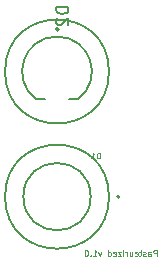
<source format=gbr>
%TF.GenerationSoftware,KiCad,Pcbnew,(6.0.5)*%
%TF.CreationDate,2023-11-29T10:11:24+07:00*%
%TF.ProjectId,lidar,6c696461-722e-46b6-9963-61645f706362,rev?*%
%TF.SameCoordinates,Original*%
%TF.FileFunction,Legend,Bot*%
%TF.FilePolarity,Positive*%
%FSLAX46Y46*%
G04 Gerber Fmt 4.6, Leading zero omitted, Abs format (unit mm)*
G04 Created by KiCad (PCBNEW (6.0.5)) date 2023-11-29 10:11:24*
%MOMM*%
%LPD*%
G01*
G04 APERTURE LIST*
%ADD10C,0.200000*%
%ADD11C,0.125000*%
%ADD12C,0.150000*%
%ADD13C,0.120000*%
%ADD14C,0.127000*%
G04 APERTURE END LIST*
D10*
X137400000Y-88106938D02*
G75*
G03*
X137400000Y-88106938I-4400000J0D01*
G01*
X137400000Y-77506938D02*
G75*
G03*
X137400000Y-77506938I-4400000J0D01*
G01*
D11*
X141435714Y-93126190D02*
X141435714Y-92626190D01*
X141245238Y-92626190D01*
X141197619Y-92650000D01*
X141173809Y-92673809D01*
X141150000Y-92721428D01*
X141150000Y-92792857D01*
X141173809Y-92840476D01*
X141197619Y-92864285D01*
X141245238Y-92888095D01*
X141435714Y-92888095D01*
X140721428Y-93126190D02*
X140721428Y-92864285D01*
X140745238Y-92816666D01*
X140792857Y-92792857D01*
X140888095Y-92792857D01*
X140935714Y-92816666D01*
X140721428Y-93102380D02*
X140769047Y-93126190D01*
X140888095Y-93126190D01*
X140935714Y-93102380D01*
X140959523Y-93054761D01*
X140959523Y-93007142D01*
X140935714Y-92959523D01*
X140888095Y-92935714D01*
X140769047Y-92935714D01*
X140721428Y-92911904D01*
X140507142Y-93102380D02*
X140459523Y-93126190D01*
X140364285Y-93126190D01*
X140316666Y-93102380D01*
X140292857Y-93054761D01*
X140292857Y-93030952D01*
X140316666Y-92983333D01*
X140364285Y-92959523D01*
X140435714Y-92959523D01*
X140483333Y-92935714D01*
X140507142Y-92888095D01*
X140507142Y-92864285D01*
X140483333Y-92816666D01*
X140435714Y-92792857D01*
X140364285Y-92792857D01*
X140316666Y-92816666D01*
X140150000Y-92792857D02*
X139959523Y-92792857D01*
X140078571Y-92626190D02*
X140078571Y-93054761D01*
X140054761Y-93102380D01*
X140007142Y-93126190D01*
X139959523Y-93126190D01*
X139602380Y-93102380D02*
X139650000Y-93126190D01*
X139745238Y-93126190D01*
X139792857Y-93102380D01*
X139816666Y-93054761D01*
X139816666Y-92864285D01*
X139792857Y-92816666D01*
X139745238Y-92792857D01*
X139650000Y-92792857D01*
X139602380Y-92816666D01*
X139578571Y-92864285D01*
X139578571Y-92911904D01*
X139816666Y-92959523D01*
X139150000Y-92792857D02*
X139150000Y-93126190D01*
X139364285Y-92792857D02*
X139364285Y-93054761D01*
X139340476Y-93102380D01*
X139292857Y-93126190D01*
X139221428Y-93126190D01*
X139173809Y-93102380D01*
X139150000Y-93078571D01*
X138911904Y-93126190D02*
X138911904Y-92792857D01*
X138911904Y-92888095D02*
X138888095Y-92840476D01*
X138864285Y-92816666D01*
X138816666Y-92792857D01*
X138769047Y-92792857D01*
X138602380Y-93126190D02*
X138602380Y-92792857D01*
X138602380Y-92626190D02*
X138626190Y-92650000D01*
X138602380Y-92673809D01*
X138578571Y-92650000D01*
X138602380Y-92626190D01*
X138602380Y-92673809D01*
X138411904Y-92792857D02*
X138150000Y-92792857D01*
X138411904Y-93126190D01*
X138150000Y-93126190D01*
X137769047Y-93102380D02*
X137816666Y-93126190D01*
X137911904Y-93126190D01*
X137959523Y-93102380D01*
X137983333Y-93054761D01*
X137983333Y-92864285D01*
X137959523Y-92816666D01*
X137911904Y-92792857D01*
X137816666Y-92792857D01*
X137769047Y-92816666D01*
X137745238Y-92864285D01*
X137745238Y-92911904D01*
X137983333Y-92959523D01*
X137316666Y-93126190D02*
X137316666Y-92626190D01*
X137316666Y-93102380D02*
X137364285Y-93126190D01*
X137459523Y-93126190D01*
X137507142Y-93102380D01*
X137530952Y-93078571D01*
X137554761Y-93030952D01*
X137554761Y-92888095D01*
X137530952Y-92840476D01*
X137507142Y-92816666D01*
X137459523Y-92792857D01*
X137364285Y-92792857D01*
X137316666Y-92816666D01*
X136745238Y-92792857D02*
X136626190Y-93126190D01*
X136507142Y-92792857D01*
X136054761Y-93126190D02*
X136340476Y-93126190D01*
X136197619Y-93126190D02*
X136197619Y-92626190D01*
X136245238Y-92697619D01*
X136292857Y-92745238D01*
X136340476Y-92769047D01*
X135840476Y-93078571D02*
X135816666Y-93102380D01*
X135840476Y-93126190D01*
X135864285Y-93102380D01*
X135840476Y-93078571D01*
X135840476Y-93126190D01*
X135507142Y-92626190D02*
X135459523Y-92626190D01*
X135411904Y-92650000D01*
X135388095Y-92673809D01*
X135364285Y-92721428D01*
X135340476Y-92816666D01*
X135340476Y-92935714D01*
X135364285Y-93030952D01*
X135388095Y-93078571D01*
X135411904Y-93102380D01*
X135459523Y-93126190D01*
X135507142Y-93126190D01*
X135554761Y-93102380D01*
X135578571Y-93078571D01*
X135602380Y-93030952D01*
X135626190Y-92935714D01*
X135626190Y-92816666D01*
X135602380Y-92721428D01*
X135578571Y-92673809D01*
X135554761Y-92650000D01*
X135507142Y-92626190D01*
D12*
%TO.C,D2*%
X133952380Y-72061904D02*
X132952380Y-72061904D01*
X132952380Y-72300000D01*
X133000000Y-72442857D01*
X133095238Y-72538095D01*
X133190476Y-72585714D01*
X133380952Y-72633333D01*
X133523809Y-72633333D01*
X133714285Y-72585714D01*
X133809523Y-72538095D01*
X133904761Y-72442857D01*
X133952380Y-72300000D01*
X133952380Y-72061904D01*
X133047619Y-73014285D02*
X133000000Y-73061904D01*
X132952380Y-73157142D01*
X132952380Y-73395238D01*
X133000000Y-73490476D01*
X133047619Y-73538095D01*
X133142857Y-73585714D01*
X133238095Y-73585714D01*
X133380952Y-73538095D01*
X133952380Y-72966666D01*
X133952380Y-73585714D01*
D13*
%TO.C,D1*%
X136630285Y-84862342D02*
X136630285Y-84382342D01*
X136516000Y-84382342D01*
X136447428Y-84405200D01*
X136401714Y-84450914D01*
X136378857Y-84496628D01*
X136356000Y-84588057D01*
X136356000Y-84656628D01*
X136378857Y-84748057D01*
X136401714Y-84793771D01*
X136447428Y-84839485D01*
X136516000Y-84862342D01*
X136630285Y-84862342D01*
X135898857Y-84862342D02*
X136173142Y-84862342D01*
X136036000Y-84862342D02*
X136036000Y-84382342D01*
X136081714Y-84450914D01*
X136127428Y-84496628D01*
X136173142Y-84519485D01*
D14*
%TO.C,D2*%
X131230000Y-79850000D02*
X132000000Y-79850000D01*
X134000000Y-79850000D02*
X134770000Y-79850000D01*
X134770000Y-79850000D02*
G75*
G03*
X131230000Y-79850000I-1770000J2359991D01*
G01*
D10*
X133163178Y-73940000D02*
G75*
G03*
X133163178Y-73940000I-143178J0D01*
G01*
D14*
%TO.C,D1*%
X135850000Y-88100000D02*
G75*
G03*
X135850000Y-88100000I-2850000J0D01*
G01*
D10*
X138300000Y-88100000D02*
G75*
G03*
X138300000Y-88100000I-100000J0D01*
G01*
%TD*%
M02*

</source>
